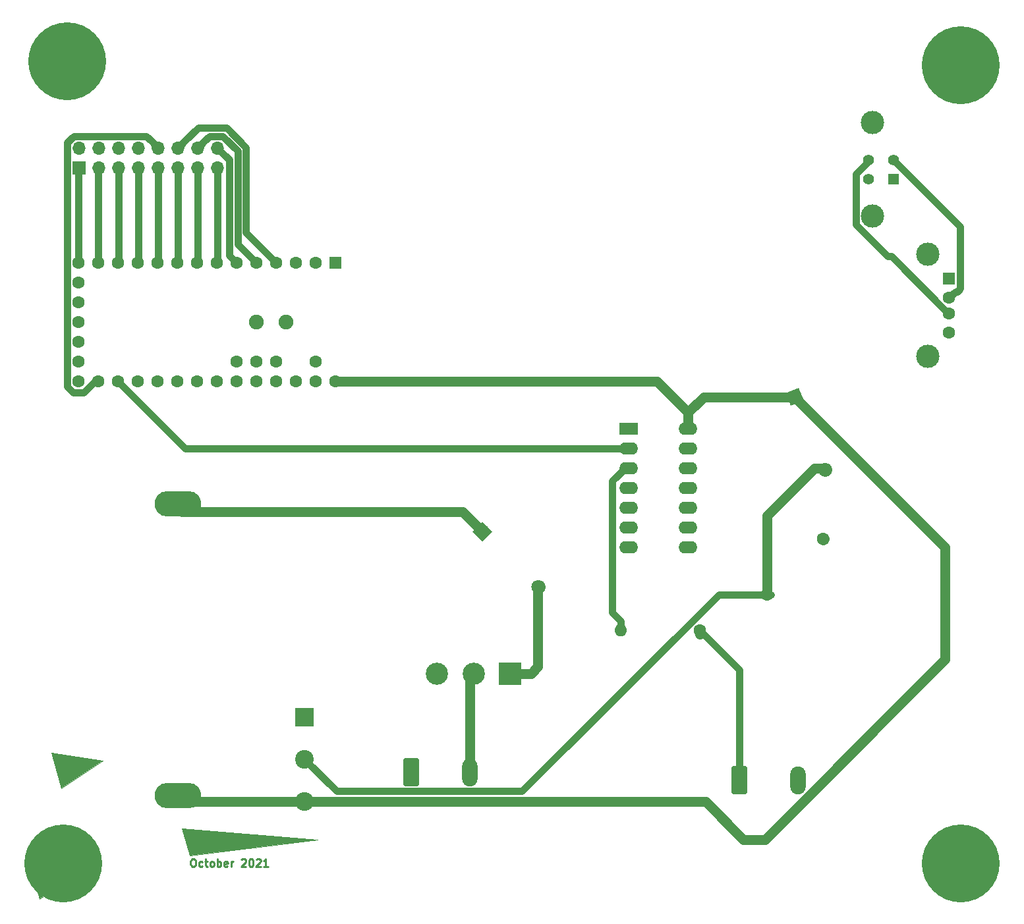
<source format=gbr>
G04 #@! TF.GenerationSoftware,KiCad,Pcbnew,(5.1.4)-1*
G04 #@! TF.CreationDate,2021-10-19T21:09:15-04:00*
G04 #@! TF.ProjectId,RB_switch_pcb_REV2,52425f73-7769-4746-9368-5f7063625f52,rev?*
G04 #@! TF.SameCoordinates,Original*
G04 #@! TF.FileFunction,Copper,L1,Top*
G04 #@! TF.FilePolarity,Positive*
%FSLAX46Y46*%
G04 Gerber Fmt 4.6, Leading zero omitted, Abs format (unit mm)*
G04 Created by KiCad (PCBNEW (5.1.4)-1) date 2021-10-19 21:09:15*
%MOMM*%
%LPD*%
G04 APERTURE LIST*
%ADD10C,0.100000*%
%ADD11C,0.250000*%
%ADD12C,10.000000*%
%ADD13C,1.600000*%
%ADD14R,1.600000X1.600000*%
%ADD15C,3.000000*%
%ADD16O,2.400000X1.600000*%
%ADD17R,2.400000X1.600000*%
%ADD18C,1.900000*%
%ADD19C,2.850000*%
%ADD20R,2.850000X2.850000*%
%ADD21C,1.600000*%
%ADD22O,1.600000X1.600000*%
%ADD23C,2.400000*%
%ADD24R,2.400000X2.400000*%
%ADD25O,2.000000X3.600000*%
%ADD26C,2.000000*%
%ADD27O,1.700000X1.700000*%
%ADD28R,1.700000X1.700000*%
%ADD29C,1.400000*%
%ADD30R,1.400000X1.400000*%
%ADD31O,6.000000X3.250000*%
%ADD32C,1.800000*%
%ADD33C,1.800000*%
%ADD34C,1.270000*%
%ADD35C,0.889000*%
G04 APERTURE END LIST*
D10*
G36*
X110394750Y-142779750D02*
G01*
X93980000Y-144780000D01*
X92932250Y-141319250D01*
X110394750Y-142779750D01*
G37*
X110394750Y-142779750D02*
X93980000Y-144780000D01*
X92932250Y-141319250D01*
X110394750Y-142779750D01*
G36*
X80010000Y-146812000D02*
G01*
X74676000Y-150368000D01*
X73406000Y-145796000D01*
X80010000Y-146812000D01*
G37*
X80010000Y-146812000D02*
X74676000Y-150368000D01*
X73406000Y-145796000D01*
X80010000Y-146812000D01*
G36*
X82804000Y-132588000D02*
G01*
X77470000Y-136144000D01*
X76200000Y-131572000D01*
X82804000Y-132588000D01*
G37*
X82804000Y-132588000D02*
X77470000Y-136144000D01*
X76200000Y-131572000D01*
X82804000Y-132588000D01*
D11*
X94321904Y-145248380D02*
X94512380Y-145248380D01*
X94607619Y-145296000D01*
X94702857Y-145391238D01*
X94750476Y-145581714D01*
X94750476Y-145915047D01*
X94702857Y-146105523D01*
X94607619Y-146200761D01*
X94512380Y-146248380D01*
X94321904Y-146248380D01*
X94226666Y-146200761D01*
X94131428Y-146105523D01*
X94083809Y-145915047D01*
X94083809Y-145581714D01*
X94131428Y-145391238D01*
X94226666Y-145296000D01*
X94321904Y-145248380D01*
X95607619Y-146200761D02*
X95512380Y-146248380D01*
X95321904Y-146248380D01*
X95226666Y-146200761D01*
X95179047Y-146153142D01*
X95131428Y-146057904D01*
X95131428Y-145772190D01*
X95179047Y-145676952D01*
X95226666Y-145629333D01*
X95321904Y-145581714D01*
X95512380Y-145581714D01*
X95607619Y-145629333D01*
X95893333Y-145581714D02*
X96274285Y-145581714D01*
X96036190Y-145248380D02*
X96036190Y-146105523D01*
X96083809Y-146200761D01*
X96179047Y-146248380D01*
X96274285Y-146248380D01*
X96750476Y-146248380D02*
X96655238Y-146200761D01*
X96607619Y-146153142D01*
X96560000Y-146057904D01*
X96560000Y-145772190D01*
X96607619Y-145676952D01*
X96655238Y-145629333D01*
X96750476Y-145581714D01*
X96893333Y-145581714D01*
X96988571Y-145629333D01*
X97036190Y-145676952D01*
X97083809Y-145772190D01*
X97083809Y-146057904D01*
X97036190Y-146153142D01*
X96988571Y-146200761D01*
X96893333Y-146248380D01*
X96750476Y-146248380D01*
X97512380Y-146248380D02*
X97512380Y-145248380D01*
X97512380Y-145629333D02*
X97607619Y-145581714D01*
X97798095Y-145581714D01*
X97893333Y-145629333D01*
X97940952Y-145676952D01*
X97988571Y-145772190D01*
X97988571Y-146057904D01*
X97940952Y-146153142D01*
X97893333Y-146200761D01*
X97798095Y-146248380D01*
X97607619Y-146248380D01*
X97512380Y-146200761D01*
X98798095Y-146200761D02*
X98702857Y-146248380D01*
X98512380Y-146248380D01*
X98417142Y-146200761D01*
X98369523Y-146105523D01*
X98369523Y-145724571D01*
X98417142Y-145629333D01*
X98512380Y-145581714D01*
X98702857Y-145581714D01*
X98798095Y-145629333D01*
X98845714Y-145724571D01*
X98845714Y-145819809D01*
X98369523Y-145915047D01*
X99274285Y-146248380D02*
X99274285Y-145581714D01*
X99274285Y-145772190D02*
X99321904Y-145676952D01*
X99369523Y-145629333D01*
X99464761Y-145581714D01*
X99560000Y-145581714D01*
X100607619Y-145343619D02*
X100655238Y-145296000D01*
X100750476Y-145248380D01*
X100988571Y-145248380D01*
X101083809Y-145296000D01*
X101131428Y-145343619D01*
X101179047Y-145438857D01*
X101179047Y-145534095D01*
X101131428Y-145676952D01*
X100560000Y-146248380D01*
X101179047Y-146248380D01*
X101798095Y-145248380D02*
X101893333Y-145248380D01*
X101988571Y-145296000D01*
X102036190Y-145343619D01*
X102083809Y-145438857D01*
X102131428Y-145629333D01*
X102131428Y-145867428D01*
X102083809Y-146057904D01*
X102036190Y-146153142D01*
X101988571Y-146200761D01*
X101893333Y-146248380D01*
X101798095Y-146248380D01*
X101702857Y-146200761D01*
X101655238Y-146153142D01*
X101607619Y-146057904D01*
X101560000Y-145867428D01*
X101560000Y-145629333D01*
X101607619Y-145438857D01*
X101655238Y-145343619D01*
X101702857Y-145296000D01*
X101798095Y-145248380D01*
X102512380Y-145343619D02*
X102560000Y-145296000D01*
X102655238Y-145248380D01*
X102893333Y-145248380D01*
X102988571Y-145296000D01*
X103036190Y-145343619D01*
X103083809Y-145438857D01*
X103083809Y-145534095D01*
X103036190Y-145676952D01*
X102464761Y-146248380D01*
X103083809Y-146248380D01*
X104036190Y-146248380D02*
X103464761Y-146248380D01*
X103750476Y-146248380D02*
X103750476Y-145248380D01*
X103655238Y-145391238D01*
X103560000Y-145486476D01*
X103464761Y-145534095D01*
D12*
X78232000Y-42672000D03*
X77724000Y-145796000D03*
X193040000Y-145796000D03*
X193040000Y-43180000D03*
D13*
X191516000Y-77612000D03*
X191516000Y-75112000D03*
X191516000Y-73112000D03*
D14*
X191516000Y-70612000D03*
D15*
X188806000Y-67542000D03*
X188806000Y-80682000D03*
D16*
X157988000Y-89916000D03*
X150368000Y-105156000D03*
X157988000Y-92456000D03*
X150368000Y-102616000D03*
X157988000Y-94996000D03*
X150368000Y-100076000D03*
X157988000Y-97536000D03*
X150368000Y-97536000D03*
X157988000Y-100076000D03*
X150368000Y-94996000D03*
X157988000Y-102616000D03*
X150368000Y-92456000D03*
X157988000Y-105156000D03*
D17*
X150368000Y-89916000D03*
D18*
X106356892Y-76255437D03*
X102546892Y-76255437D03*
D14*
X112706892Y-68635437D03*
D13*
X110166892Y-68635437D03*
X107626892Y-68635437D03*
X105086892Y-68635437D03*
X102546892Y-68635437D03*
X100006892Y-68635437D03*
X97466892Y-68635437D03*
X94926892Y-68635437D03*
X92386892Y-68635437D03*
X89846892Y-68635437D03*
X87306892Y-68635437D03*
X84766892Y-68635437D03*
X82226892Y-68635437D03*
X100006892Y-81335437D03*
X102546892Y-81335437D03*
X105086892Y-81335437D03*
X110166892Y-81335437D03*
X112706892Y-83875437D03*
X110166892Y-83875437D03*
X107626892Y-83875437D03*
X105086892Y-83875437D03*
X102546892Y-83875437D03*
X100006892Y-83875437D03*
X97466892Y-83875437D03*
X94926892Y-83875437D03*
X92386892Y-83875437D03*
X89846892Y-83875437D03*
X87306892Y-83875437D03*
X84766892Y-83875437D03*
X82226892Y-83875437D03*
X79686892Y-68635437D03*
X79686892Y-71175437D03*
X79686892Y-73715437D03*
X79686892Y-83875437D03*
X79686892Y-81335437D03*
X79686892Y-78795437D03*
X79686892Y-76255437D03*
D19*
X125728000Y-121412000D03*
X130428000Y-121412000D03*
D20*
X135128000Y-121412000D03*
D13*
X175332205Y-104067795D03*
D21*
X175332205Y-104067795D02*
X175332205Y-104067795D01*
D13*
X168148000Y-111252000D03*
D22*
X149352000Y-115824000D03*
D13*
X159512000Y-115824000D03*
D23*
X108712000Y-137900000D03*
X108712000Y-132450000D03*
D24*
X108712000Y-127000000D03*
D25*
X129928000Y-134112000D03*
D10*
G36*
X123202504Y-132313204D02*
G01*
X123226773Y-132316804D01*
X123250571Y-132322765D01*
X123273671Y-132331030D01*
X123295849Y-132341520D01*
X123316893Y-132354133D01*
X123336598Y-132368747D01*
X123354777Y-132385223D01*
X123371253Y-132403402D01*
X123385867Y-132423107D01*
X123398480Y-132444151D01*
X123408970Y-132466329D01*
X123417235Y-132489429D01*
X123423196Y-132513227D01*
X123426796Y-132537496D01*
X123428000Y-132562000D01*
X123428000Y-135662000D01*
X123426796Y-135686504D01*
X123423196Y-135710773D01*
X123417235Y-135734571D01*
X123408970Y-135757671D01*
X123398480Y-135779849D01*
X123385867Y-135800893D01*
X123371253Y-135820598D01*
X123354777Y-135838777D01*
X123336598Y-135855253D01*
X123316893Y-135869867D01*
X123295849Y-135882480D01*
X123273671Y-135892970D01*
X123250571Y-135901235D01*
X123226773Y-135907196D01*
X123202504Y-135910796D01*
X123178000Y-135912000D01*
X121678000Y-135912000D01*
X121653496Y-135910796D01*
X121629227Y-135907196D01*
X121605429Y-135901235D01*
X121582329Y-135892970D01*
X121560151Y-135882480D01*
X121539107Y-135869867D01*
X121519402Y-135855253D01*
X121501223Y-135838777D01*
X121484747Y-135820598D01*
X121470133Y-135800893D01*
X121457520Y-135779849D01*
X121447030Y-135757671D01*
X121438765Y-135734571D01*
X121432804Y-135710773D01*
X121429204Y-135686504D01*
X121428000Y-135662000D01*
X121428000Y-132562000D01*
X121429204Y-132537496D01*
X121432804Y-132513227D01*
X121438765Y-132489429D01*
X121447030Y-132466329D01*
X121457520Y-132444151D01*
X121470133Y-132423107D01*
X121484747Y-132403402D01*
X121501223Y-132385223D01*
X121519402Y-132368747D01*
X121539107Y-132354133D01*
X121560151Y-132341520D01*
X121582329Y-132331030D01*
X121605429Y-132322765D01*
X121629227Y-132316804D01*
X121653496Y-132313204D01*
X121678000Y-132312000D01*
X123178000Y-132312000D01*
X123202504Y-132313204D01*
X123202504Y-132313204D01*
G37*
D26*
X122428000Y-134112000D03*
D25*
X172092000Y-135128000D03*
D10*
G36*
X165366504Y-133329204D02*
G01*
X165390773Y-133332804D01*
X165414571Y-133338765D01*
X165437671Y-133347030D01*
X165459849Y-133357520D01*
X165480893Y-133370133D01*
X165500598Y-133384747D01*
X165518777Y-133401223D01*
X165535253Y-133419402D01*
X165549867Y-133439107D01*
X165562480Y-133460151D01*
X165572970Y-133482329D01*
X165581235Y-133505429D01*
X165587196Y-133529227D01*
X165590796Y-133553496D01*
X165592000Y-133578000D01*
X165592000Y-136678000D01*
X165590796Y-136702504D01*
X165587196Y-136726773D01*
X165581235Y-136750571D01*
X165572970Y-136773671D01*
X165562480Y-136795849D01*
X165549867Y-136816893D01*
X165535253Y-136836598D01*
X165518777Y-136854777D01*
X165500598Y-136871253D01*
X165480893Y-136885867D01*
X165459849Y-136898480D01*
X165437671Y-136908970D01*
X165414571Y-136917235D01*
X165390773Y-136923196D01*
X165366504Y-136926796D01*
X165342000Y-136928000D01*
X163842000Y-136928000D01*
X163817496Y-136926796D01*
X163793227Y-136923196D01*
X163769429Y-136917235D01*
X163746329Y-136908970D01*
X163724151Y-136898480D01*
X163703107Y-136885867D01*
X163683402Y-136871253D01*
X163665223Y-136854777D01*
X163648747Y-136836598D01*
X163634133Y-136816893D01*
X163621520Y-136795849D01*
X163611030Y-136773671D01*
X163602765Y-136750571D01*
X163596804Y-136726773D01*
X163593204Y-136702504D01*
X163592000Y-136678000D01*
X163592000Y-133578000D01*
X163593204Y-133553496D01*
X163596804Y-133529227D01*
X163602765Y-133505429D01*
X163611030Y-133482329D01*
X163621520Y-133460151D01*
X163634133Y-133439107D01*
X163648747Y-133419402D01*
X163665223Y-133401223D01*
X163683402Y-133384747D01*
X163703107Y-133370133D01*
X163724151Y-133357520D01*
X163746329Y-133347030D01*
X163769429Y-133338765D01*
X163793227Y-133332804D01*
X163817496Y-133329204D01*
X163842000Y-133328000D01*
X165342000Y-133328000D01*
X165366504Y-133329204D01*
X165366504Y-133329204D01*
G37*
D26*
X164592000Y-135128000D03*
D27*
X97536000Y-53848000D03*
X97536000Y-56388000D03*
X94996000Y-53848000D03*
X94996000Y-56388000D03*
X92456000Y-53848000D03*
X92456000Y-56388000D03*
X89916000Y-53848000D03*
X89916000Y-56388000D03*
X87376000Y-53848000D03*
X87376000Y-56388000D03*
X84836000Y-53848000D03*
X84836000Y-56388000D03*
X82296000Y-53848000D03*
X82296000Y-56388000D03*
X79756000Y-53848000D03*
D28*
X79756000Y-56388000D03*
D29*
X184404000Y-55372000D03*
D15*
X181694000Y-50602000D03*
D30*
X184404000Y-57872000D03*
D29*
X181204000Y-55372000D03*
X181204000Y-57872000D03*
D15*
X181694000Y-62642000D03*
D31*
X92456000Y-99614000D03*
X92456000Y-137114000D03*
D32*
X175592064Y-95238616D03*
D33*
X175592064Y-95238616D02*
X175592064Y-95238616D01*
D32*
X171704000Y-85852000D03*
D10*
G36*
X170528093Y-85364924D02*
G01*
X172191076Y-84676093D01*
X172879907Y-86339076D01*
X171216924Y-87027907D01*
X170528093Y-85364924D01*
X170528093Y-85364924D01*
G37*
D32*
X138756205Y-110308205D03*
D33*
X138756205Y-110308205D02*
X138756205Y-110308205D01*
D32*
X131572000Y-103124000D03*
D10*
G36*
X130299208Y-103124000D02*
G01*
X131572000Y-101851208D01*
X132844792Y-103124000D01*
X131572000Y-104396792D01*
X130299208Y-103124000D01*
X130299208Y-103124000D01*
G37*
D34*
X137823000Y-121412000D02*
X138684000Y-120551000D01*
X135128000Y-121412000D02*
X137823000Y-121412000D01*
X138684000Y-120551000D02*
X138684000Y-110236000D01*
X129032000Y-100584000D02*
X131572000Y-103124000D01*
X168148000Y-111252000D02*
X168148000Y-101092000D01*
X168148000Y-101092000D02*
X174244000Y-94996000D01*
X174244000Y-94996000D02*
X175260000Y-94996000D01*
D35*
X136641628Y-136556510D02*
X161946138Y-111252000D01*
X108712000Y-132450000D02*
X112818510Y-136556510D01*
X112818510Y-136556510D02*
X136641628Y-136556510D01*
X161946138Y-111252000D02*
X168656000Y-111252000D01*
D34*
X91138000Y-138084000D02*
X91235618Y-137986382D01*
X108901618Y-137986382D02*
X109220000Y-137668000D01*
X159982000Y-85852000D02*
X157988000Y-87846000D01*
X171704000Y-85852000D02*
X159982000Y-85852000D01*
X157988000Y-87846000D02*
X157988000Y-89916000D01*
X157988000Y-87846000D02*
X153962000Y-83820000D01*
X153962000Y-83820000D02*
X112776000Y-83820000D01*
X108712000Y-137900000D02*
X160252000Y-137900000D01*
X160252000Y-137900000D02*
X165100000Y-142748000D01*
X129032000Y-100584000D02*
X92964000Y-100584000D01*
X92964000Y-100584000D02*
X91948000Y-99568000D01*
X191008000Y-105156000D02*
X171704000Y-85852000D01*
X191008000Y-119607096D02*
X191008000Y-105156000D01*
X167867096Y-142748000D02*
X191008000Y-119607096D01*
X165100000Y-142748000D02*
X167867096Y-142748000D01*
X108712000Y-137900000D02*
X93196000Y-137900000D01*
X93196000Y-137900000D02*
X92456000Y-137160000D01*
D35*
X192576101Y-72312001D02*
X192960501Y-71927601D01*
X191516000Y-73112000D02*
X192315999Y-72312001D01*
X192315999Y-72312001D02*
X192576101Y-72312001D01*
X192960501Y-71927601D02*
X192960501Y-63928501D01*
X192960501Y-63928501D02*
X184404000Y-55372000D01*
X184121499Y-67789499D02*
X191516000Y-75184000D01*
X179549499Y-63671361D02*
X179549499Y-57178501D01*
X184121499Y-67789499D02*
X183667637Y-67789499D01*
X183667637Y-67789499D02*
X179549499Y-63671361D01*
X179549499Y-57178501D02*
X181356000Y-55372000D01*
X97536000Y-56388000D02*
X97536000Y-68580000D01*
X94996000Y-56388000D02*
X94996000Y-68580000D01*
X92456000Y-56388000D02*
X92456000Y-68580000D01*
X89916000Y-56388000D02*
X89916000Y-68580000D01*
X79038639Y-52353499D02*
X88421499Y-52353499D01*
X81824754Y-83875437D02*
X80380253Y-85319938D01*
X82226892Y-83875437D02*
X81824754Y-83875437D01*
X80380253Y-85319938D02*
X78993531Y-85319938D01*
X78993531Y-85319938D02*
X78242391Y-84568798D01*
X78242391Y-84568798D02*
X78242391Y-53149747D01*
X88421499Y-52353499D02*
X89066001Y-52998001D01*
X78242391Y-53149747D02*
X79038639Y-52353499D01*
X89066001Y-52998001D02*
X89916000Y-53848000D01*
X87376000Y-56388000D02*
X87376000Y-68580000D01*
X95069010Y-51234990D02*
X93305999Y-52998001D01*
X98674944Y-51234990D02*
X95069010Y-51234990D01*
X101208519Y-53768565D02*
X98674944Y-51234990D01*
X105086892Y-68635437D02*
X101208520Y-64757065D01*
X101208520Y-64757065D02*
X101208519Y-53768565D01*
X93305999Y-52998001D02*
X92456000Y-53848000D01*
X84836000Y-56388000D02*
X84836000Y-68580000D01*
X96520000Y-52324000D02*
X95845999Y-52998001D01*
X98223862Y-52324000D02*
X96520000Y-52324000D01*
X100119510Y-54219648D02*
X98223862Y-52324000D01*
X102546892Y-68635437D02*
X100119510Y-66208055D01*
X100119510Y-66208055D02*
X100119510Y-54219648D01*
X95845999Y-52998001D02*
X94996000Y-53848000D01*
X82226892Y-68635437D02*
X82226892Y-56457108D01*
X99030501Y-55342501D02*
X98385999Y-54697999D01*
X100006892Y-68635437D02*
X99030501Y-67659046D01*
X99030501Y-67659046D02*
X99030501Y-55342501D01*
X98385999Y-54697999D02*
X97536000Y-53848000D01*
X79686892Y-68635437D02*
X79686892Y-56457108D01*
D34*
X159512000Y-116332000D02*
X159512000Y-115824000D01*
D35*
X164592000Y-135128000D02*
X164592000Y-120904000D01*
X164592000Y-120904000D02*
X159512000Y-115824000D01*
D34*
X129928000Y-134112000D02*
X129928000Y-122040000D01*
X129928000Y-122040000D02*
X130556000Y-121412000D01*
D35*
X148279000Y-96685000D02*
X149968000Y-94996000D01*
X148279000Y-113619630D02*
X148279000Y-96685000D01*
X149352000Y-115824000D02*
X149352000Y-114692630D01*
X149352000Y-114692630D02*
X148279000Y-113619630D01*
X149968000Y-94996000D02*
X150368000Y-94996000D01*
X93347455Y-92456000D02*
X148279000Y-92456000D01*
X84766892Y-83875437D02*
X93347455Y-92456000D01*
X148279000Y-92456000D02*
X150368000Y-92456000D01*
M02*

</source>
